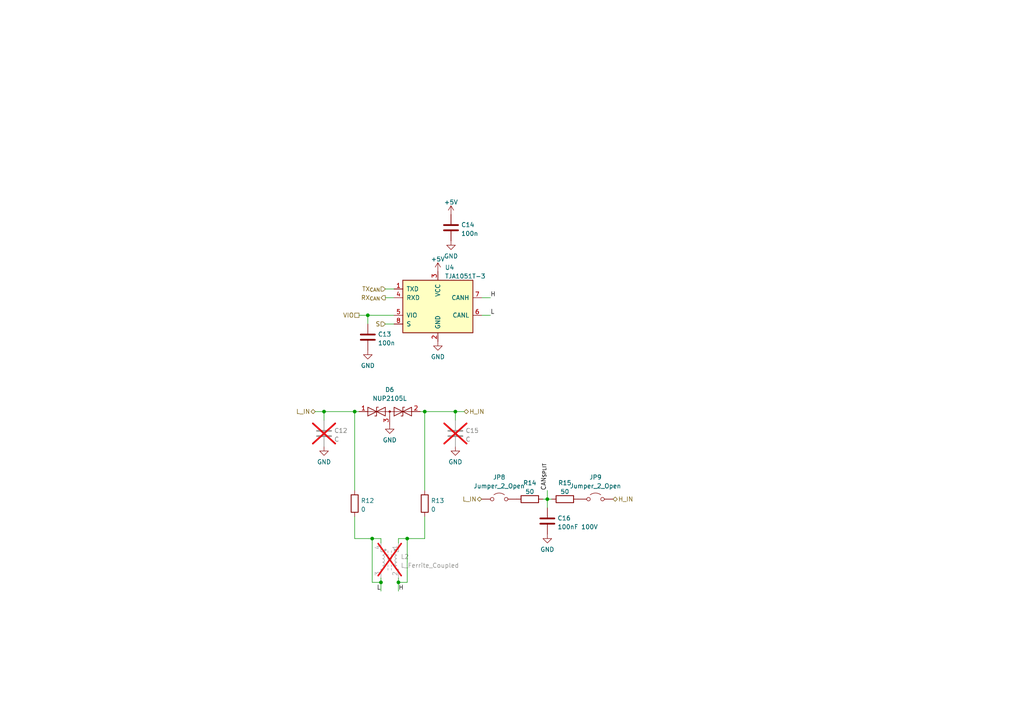
<source format=kicad_sch>
(kicad_sch (version 20250114) (generator "eeschema") (generator_version "9.0")
  (paper "A4")
  (lib_symbols
    (symbol "Device:C" (pin_numbers (hide yes)) (pin_names (offset 0.254))
      (property "Reference" "C" (at 0.635 2.54 0))
      (property "Value" "C" (at 0.635 -2.54 0))
      (symbol "C_0_1"
        (polyline (pts (xy -2.032 0.762) (xy 2.032 0.762)) (stroke (width 0.508)))
        (polyline (pts (xy -2.032 -0.762) (xy 2.032 -0.762)) (stroke (width 0.508)))
      )
      (symbol "C_1_1"
        (pin passive line (at 0 3.81 270) (length 2.794) (name "~") (number "1"))
        (pin passive line (at 0 -3.81 90) (length 2.794) (name "~") (number "2"))
      )
    )
    (symbol "Device:L_Ferrite_Coupled_1243" (pin_names (offset 0.254) (hide yes))
      (property "Reference" "L" (at 0 4.445 0))
      (property "Value" "L_Ferrite_Coupled_1243" (at 0 -4.445 0))
      (symbol "L_Ferrite_Coupled_1243_0_1"
        (circle (center -3.048 1.524) (radius 0.254) (fill (type outline)))
        (circle (center -3.048 -1.27) (radius 0.254) (fill (type outline)))
        (polyline (pts (xy -2.794 0.508) (xy -2.286 0.508)))
        (polyline (pts (xy -2.794 -0.508) (xy -2.286 -0.508)))
        (polyline (pts (xy -2.54 2.032) (xy -2.54 2.54)))
        (polyline (pts (xy -2.54 -2.032) (xy -2.54 -2.54)))
        (arc (start -1.524 2.032) (mid -2.032 1.5262) (end -2.54 2.032))
        (arc (start -2.54 -2.032) (mid -2.032 -1.5262) (end -1.524 -2.032))
        (polyline (pts (xy -1.778 0.508) (xy -1.27 0.508)))
        (polyline (pts (xy -1.778 -0.508) (xy -1.27 -0.508)))
        (arc (start -0.508 2.032) (mid -1.016 1.5262) (end -1.524 2.032))
        (arc (start -1.524 -2.032) (mid -1.016 -1.5262) (end -0.508 -2.032))
        (polyline (pts (xy -0.762 0.508) (xy -0.254 0.508)))
        (polyline (pts (xy -0.762 -0.508) (xy -0.254 -0.508)))
        (arc (start 0.508 2.032) (mid 0 1.5262) (end -0.508 2.032))
        (arc (start -0.508 -2.032) (mid 0 -1.5262) (end 0.508 -2.032))
        (polyline (pts (xy 0.254 0.508) (xy 0.762 0.508)))
        (polyline (pts (xy 0.254 -0.508) (xy 0.762 -0.508)))
        (arc (start 1.524 2.032) (mid 1.016 1.5262) (end 0.508 2.032))
        (arc (start 0.508 -2.032) (mid 1.016 -1.5262) (end 1.524 -2.032))
        (polyline (pts (xy 1.27 0.508) (xy 1.778 0.508)))
        (polyline (pts (xy 1.27 -0.508) (xy 1.778 -0.508)))
        (arc (start 2.54 2.032) (mid 2.032 1.5262) (end 1.524 2.032))
        (arc (start 1.524 -2.032) (mid 2.032 -1.5262) (end 2.54 -2.032))
        (polyline (pts (xy 2.286 0.508) (xy 2.794 0.508)))
        (polyline (pts (xy 2.286 -0.508) (xy 2.794 -0.508)))
        (polyline (pts (xy 2.54 2.54) (xy 2.54 2.032)))
        (polyline (pts (xy 2.54 -2.032) (xy 2.54 -2.54)))
      )
      (symbol "L_Ferrite_Coupled_1243_1_1"
        (pin passive line (at -5.08 2.54 0) (length 2.54) (name "1") (number "1"))
        (pin passive line (at -5.08 -2.54 0) (length 2.54) (name "4") (number "4"))
        (pin passive line (at 5.08 2.54 180) (length 2.54) (name "2") (number "2"))
        (pin passive line (at 5.08 -2.54 180) (length 2.54) (name "3") (number "3"))
      )
    )
    (symbol "Device:R" (pin_numbers (hide yes)) (pin_names (offset 0))
      (property "Reference" "R" (at 2.032 0 90))
      (property "Value" "R" (at 0 0 90))
      (symbol "R_0_1"
        (rectangle (start -1.016 -2.54) (end 1.016 2.54) (stroke (width 0.254)))
      )
      (symbol "R_1_1"
        (pin passive line (at 0 3.81 270) (length 1.27) (name "~") (number "1"))
        (pin passive line (at 0 -3.81 90) (length 1.27) (name "~") (number "2"))
      )
    )
    (symbol "Diode:SM712_SOT23" (pin_names (offset 1.016) (hide yes))
      (property "Reference" "D" (at 0 4.445 0))
      (property "Value" "SM712_SOT23" (at 0 2.54 0))
      (symbol "SM712_SOT23_0_0"
        (polyline (pts (xy 0 -1.27) (xy 0 0)))
      )
      (symbol "SM712_SOT23_0_1"
        (polyline (pts (xy -6.35 0) (xy 6.35 0)))
        (polyline (pts (xy -6.35 -1.27) (xy -1.27 1.27) (xy -1.27 -1.27) (xy -6.35 1.27) (xy -6.35 -1.27)) (stroke (width 0.2032)))
        (polyline (pts (xy -3.302 1.27) (xy -3.81 1.27) (xy -3.81 -1.27) (xy -4.318 -1.27)) (stroke (width 0.2032)))
        (circle (center 0 0) (radius 0.254) (fill (type outline)))
        (polyline (pts (xy 1.27 -1.27) (xy 1.27 1.27) (xy 6.35 -1.27) (xy 6.35 1.27) (xy 1.27 -1.27)) (stroke (width 0.2032)))
        (polyline (pts (xy 4.318 1.27) (xy 3.81 1.27) (xy 3.81 -1.27) (xy 3.302 -1.27)) (stroke (width 0.2032)))
      )
      (symbol "SM712_SOT23_1_1"
        (pin passive line (at -8.89 0 0) (length 2.54) (name "A1") (number "1"))
        (pin input line (at 0 -3.81 90) (length 2.54) (name "common") (number "3"))
        (pin passive line (at 8.89 0 180) (length 2.54) (name "A2") (number "2"))
      )
    )
    (symbol "Interface_CAN_LIN:TJA1051T-3" (pin_names (offset 1.016))
      (property "Reference" "U" (at -10.16 8.89 0))
      (property "Value" "TJA1051T-3" (at 1.27 8.89 0))
      (symbol "TJA1051T-3_0_1"
        (rectangle (start -10.16 7.62) (end 10.16 -7.62) (stroke (width 0.254)) (fill (type background)))
      )
      (symbol "TJA1051T-3_1_1"
        (pin input line (at -12.7 5.08 0) (length 2.54) (name "TXD") (number "1"))
        (pin output line (at -12.7 2.54 0) (length 2.54) (name "RXD") (number "4"))
        (pin power_in line (at -12.7 -2.54 0) (length 2.54) (name "VIO") (number "5"))
        (pin input line (at -12.7 -5.08 0) (length 2.54) (name "S") (number "8"))
        (pin power_in line (at 0 10.16 270) (length 2.54) (name "VCC") (number "3"))
        (pin power_in line (at 0 -10.16 90) (length 2.54) (name "GND") (number "2"))
        (pin bidirectional line (at 12.7 2.54 180) (length 2.54) (name "CANH") (number "7"))
        (pin bidirectional line (at 12.7 -2.54 180) (length 2.54) (name "CANL") (number "6"))
      )
    )
    (symbol "Jumper:Jumper_2_Open" (pin_numbers (hide yes)) (pin_names (offset 0) (hide yes))
      (property "Reference" "JP" (at 0 2.794 0))
      (property "Value" "Jumper_2_Open" (at 0 -2.286 0))
      (symbol "Jumper_2_Open_0_0"
        (circle (center -2.032 0) (radius 0.508))
        (circle (center 2.032 0) (radius 0.508))
      )
      (symbol "Jumper_2_Open_0_1"
        (arc (start -1.524 1.27) (mid 0 1.778) (end 1.524 1.27))
      )
      (symbol "Jumper_2_Open_1_1"
        (pin passive line (at -5.08 0 0) (length 2.54) (name "A") (number "1"))
        (pin passive line (at 5.08 0 180) (length 2.54) (name "B") (number "2"))
      )
    )
    (symbol "power:+5V" (power) (pin_names (offset 0))
      (property "Value" "+5V" (at 0 3.556 0))
      (symbol "+5V_0_1"
        (polyline (pts (xy -0.762 1.27) (xy 0 2.54)))
        (polyline (pts (xy 0 2.54) (xy 0.762 1.27)))
        (polyline (pts (xy 0 0) (xy 0 2.54)))
      )
      (symbol "+5V_1_1"
        (pin power_in line (at 0 0 90) (length 0) (hide yes) (name "+5V") (number "1"))
      )
    )
    (symbol "power:GND" (power) (pin_names (offset 0))
      (property "Value" "GND" (at 0 -3.81 0))
      (symbol "GND_0_1"
        (polyline (pts (xy 0 0) (xy 0 -1.27) (xy 1.27 -1.27) (xy 0 -2.54) (xy -1.27 -1.27) (xy 0 -1.27)))
      )
      (symbol "GND_1_1"
        (pin power_in line (at 0 0 270) (length 0) (hide yes) (name "GND") (number "1"))
      )
    )
  )
  (junction (at 107.95 156.21))
  (junction (at 158.75 144.78))
  (junction (at 106.68 91.44))
  (junction (at 93.98 119.38))
  (junction (at 132.08 119.38))
  (junction (at 110.49 168.91))
  (junction (at 102.87 119.38))
  (junction (at 123.19 119.38))
  (junction (at 118.11 156.21))
  (junction (at 115.57 168.91))
  (wire (pts (xy 158.75 144.78) (xy 160.02 144.78)))
  (wire (pts (xy 123.19 119.38) (xy 121.92 119.38)))
  (wire (pts (xy 102.87 149.86) (xy 102.87 156.21)))
  (wire (pts (xy 110.49 168.91) (xy 107.95 168.91)))
  (wire (pts (xy 115.57 157.48) (xy 115.57 156.21)))
  (wire (pts (xy 139.7 91.44) (xy 142.24 91.44)))
  (wire (pts (xy 157.48 144.78) (xy 158.75 144.78)))
  (wire (pts (xy 107.95 156.21) (xy 102.87 156.21)))
  (wire (pts (xy 110.49 168.91) (xy 110.49 171.45)))
  (wire (pts (xy 158.75 144.78) (xy 158.75 147.32)))
  (wire (pts (xy 123.19 119.38) (xy 123.19 142.24)))
  (wire (pts (xy 93.98 119.38) (xy 93.98 121.92)))
  (wire (pts (xy 134.62 119.38) (xy 132.08 119.38)))
  (wire (pts (xy 118.11 156.21) (xy 123.19 156.21)))
  (wire (pts (xy 110.49 157.48) (xy 110.49 156.21)))
  (wire (pts (xy 110.49 156.21) (xy 107.95 156.21)))
  (wire (pts (xy 118.11 168.91) (xy 118.11 156.21)))
  (wire (pts (xy 115.57 156.21) (xy 118.11 156.21)))
  (wire (pts (xy 102.87 119.38) (xy 102.87 142.24)))
  (wire (pts (xy 139.7 86.36) (xy 142.24 86.36)))
  (wire (pts (xy 102.87 119.38) (xy 104.14 119.38)))
  (wire (pts (xy 158.75 142.24) (xy 158.75 144.78)))
  (wire (pts (xy 106.68 91.44) (xy 106.68 93.98)))
  (wire (pts (xy 132.08 119.38) (xy 132.08 121.92)))
  (wire (pts (xy 132.08 119.38) (xy 123.19 119.38)))
  (wire (pts (xy 115.57 167.64) (xy 115.57 168.91)))
  (wire (pts (xy 104.14 91.44) (xy 106.68 91.44)))
  (wire (pts (xy 111.76 83.82) (xy 114.3 83.82)))
  (wire (pts (xy 115.57 168.91) (xy 115.57 171.45)))
  (wire (pts (xy 106.68 91.44) (xy 114.3 91.44)))
  (wire (pts (xy 93.98 119.38) (xy 102.87 119.38)))
  (wire (pts (xy 123.19 149.86) (xy 123.19 156.21)))
  (wire (pts (xy 115.57 168.91) (xy 118.11 168.91)))
  (wire (pts (xy 111.76 86.36) (xy 114.3 86.36)))
  (wire (pts (xy 91.44 119.38) (xy 93.98 119.38)))
  (wire (pts (xy 110.49 167.64) (xy 110.49 168.91)))
  (wire (pts (xy 111.76 93.98) (xy 114.3 93.98)))
  (wire (pts (xy 107.95 168.91) (xy 107.95 156.21)))
  (label "H" (at 115.57 171.45 0))
  (label "H" (at 142.24 86.36 0))
  (label "L" (at 110.49 171.45 180))
  (label "L" (at 142.24 91.44 0))
  (label "CAN_{SPLIT}" (at 158.75 142.24 90))
  (hierarchical_label "VIO" (shape passive) (at 104.14 91.44 180))
  (hierarchical_label "L_IN" (shape bidirectional) (at 91.44 119.38 180))
  (hierarchical_label "TX_{CAN}" (shape input) (at 111.76 83.82 180))
  (hierarchical_label "H_IN" (shape bidirectional) (at 177.8 144.78 0))
  (hierarchical_label "H_IN" (shape bidirectional) (at 134.62 119.38 0))
  (hierarchical_label "L_IN" (shape bidirectional) (at 139.7 144.78 180))
  (hierarchical_label "S" (shape input) (at 111.76 93.98 180))
  (hierarchical_label "RX_{CAN}" (shape output) (at 111.76 86.36 180))
  (symbol (lib_id "Device:R") (at 102.87 146.05 0) (unit 1)
    (property "Reference" "R8" (at 104.648 145.2153 0) (effects (justify left)))
    (property "Value" "0" (at 104.648 147.7522 0) (effects (justify left)))
    (property "Footprint" "Resistor_SMD:R_0603_1608Metric" (effects (hide yes)))
    (property "LCSC" "C21189" (effects (hide yes)))
    (instances (project "repeater" (path "" (reference "R12") (unit 1)) (path "" (reference "R8") (unit 1))) (project "knob_base" (path "" (reference "R15") (unit 1))) (project "heating_controller" (path "" (reference "R29") (unit 1))))
  )
  (symbol (lib_id "Device:C") (at 106.68 97.79 180) (unit 1)
    (property "Reference" "C8" (at 109.601 96.9553 0) (effects (justify right)))
    (property "Value" "100n" (at 109.601 99.4922 0) (effects (justify right)))
    (property "Footprint" "Capacitor_SMD:C_0603_1608Metric" (effects (hide yes)))
    (property "LCSC" "C14663" (effects (hide yes)))
    (instances (project "repeater" (path "" (reference "C13") (unit 1)) (path "" (reference "C8") (unit 1))))
  )
  (symbol (lib_id "Device:C") (at 132.08 125.73 0) (unit 1) (in_bom no) (dnp yes)
    (property "Reference" "C10" (at 135.001 124.8953 0) (effects (justify left)))
    (property "Value" "C" (at 135.001 127.4322 0) (effects (justify left)))
    (property "Footprint" "Capacitor_SMD:C_0603_1608Metric" (effects (hide yes)))
    (instances (project "repeater" (path "" (reference "C15") (unit 1)) (path "" (reference "C10") (unit 1))) (project "knob_base" (path "" (reference "C14") (unit 1))) (project "heating_controller" (path "" (reference "C15") (unit 1))))
  )
  (symbol (lib_id "power:GND") (at 113.03 123.19 0) (unit 1)
    (property "Reference" "#PWR037" (effects (hide yes)))
    (property "Value" "GND" (at 113.03 127.6334 0))
    (instances (project "repeater" (path "" (reference "#PWR046") (unit 1)) (path "" (reference "#PWR037") (unit 1))) (project "knob_base" (path "" (reference "#PWR053") (unit 1))) (project "heating_controller" (path "" (reference "#PWR0161") (unit 1))))
  )
  (symbol (lib_id "Device:R") (at 153.67 144.78 90) (unit 1)
    (property "Reference" "R10" (at 153.67 140.0642 90))
    (property "Value" "50" (at 153.67 142.6011 90))
    (property "Footprint" "Resistor_SMD:R_0805_2012Metric_Pad1.20x1.40mm_HandSolder" (effects (hide yes)))
    (property "LCSC" "C17720" (effects (hide yes)))
    (instances (project "repeater" (path "" (reference "R14") (unit 1)) (path "" (reference "R10") (unit 1))) (project "knob_base" (path "" (reference "R16") (unit 1))) (project "heating_controller" (path "" (reference "R30") (unit 1))))
  )
  (symbol (lib_id "power:GND") (at 127 99.06 0) (unit 1)
    (property "Reference" "#PWR039" (effects (hide yes)))
    (property "Value" "GND" (at 127 103.5034 0))
    (instances (project "repeater" (path "" (reference "#PWR048") (unit 1)) (path "" (reference "#PWR039") (unit 1))))
  )
  (symbol (lib_id "power:+5V") (at 127 78.74 0) (unit 1)
    (property "Reference" "#PWR038" (effects (hide yes)))
    (property "Value" "+5V" (at 127 75.1642 0))
    (instances (project "repeater" (path "" (reference "#PWR047") (unit 1)) (path "" (reference "#PWR038") (unit 1))))
  )
  (symbol (lib_id "Interface_CAN_LIN:TJA1051T-3") (at 127 88.9 0) (unit 1)
    (property "Reference" "U3" (at 129.0194 77.5802 0) (effects (justify left)))
    (property "Value" "TJA1051T-3" (at 129.0194 80.1171 0) (effects (justify left)))
    (property "Footprint" "Package_SO:SOIC-8_3.9x4.9mm_P1.27mm" (effects (hide yes)))
    (property "Datasheet" "http://www.nxp.com/documents/data_sheet/TJA1051.pdf" (effects (hide yes)))
    (property "LCSC" "C51954344" (effects (hide yes)))
    (instances (project "repeater" (path "" (reference "U4") (unit 1)) (path "" (reference "U3") (unit 1))))
  )
  (symbol (lib_id "Device:C") (at 130.81 66.04 180) (unit 1)
    (property "Reference" "C9" (at 133.731 65.2053 0) (effects (justify right)))
    (property "Value" "100n" (at 133.731 67.7422 0) (effects (justify right)))
    (property "Footprint" "Capacitor_SMD:C_0603_1608Metric" (effects (hide yes)))
    (property "LCSC" "C14663" (effects (hide yes)))
    (instances (project "repeater" (path "" (reference "C14") (unit 1)) (path "" (reference "C9") (unit 1))))
  )
  (symbol (lib_id "power:GND") (at 106.68 101.6 0) (unit 1)
    (property "Reference" "#PWR036" (effects (hide yes)))
    (property "Value" "GND" (at 106.68 106.0434 0))
    (instances (project "repeater" (path "" (reference "#PWR045") (unit 1)) (path "" (reference "#PWR036") (unit 1))))
  )
  (symbol (lib_id "Jumper:Jumper_2_Open") (at 172.72 144.78 0) (unit 1) (in_bom no)
    (property "Reference" "JP7" (at 172.72 138.43 0))
    (property "Value" "Jumper_2_Open" (at 172.72 140.97 0))
    (property "Footprint" "Jumper:SolderJumper-2_P1.3mm_Open_RoundedPad1.0x1.5mm" (effects (hide yes)))
    (property "Description" "Jumper, 2-pole, open" (effects (hide yes)))
    (instances (project "" (path "" (reference "JP9") (unit 1)) (path "" (reference "JP7") (unit 1))))
  )
  (symbol (lib_id "Device:R") (at 123.19 146.05 0) (unit 1)
    (property "Reference" "R9" (at 124.968 145.2153 0) (effects (justify left)))
    (property "Value" "0" (at 124.968 147.7522 0) (effects (justify left)))
    (property "Footprint" "Resistor_SMD:R_0603_1608Metric" (effects (hide yes)))
    (property "LCSC" "C21189" (effects (hide yes)))
    (instances (project "repeater" (path "" (reference "R13") (unit 1)) (path "" (reference "R9") (unit 1))) (project "knob_base" (path "" (reference "R18") (unit 1))) (project "heating_controller" (path "" (reference "R32") (unit 1))))
  )
  (symbol (lib_id "power:+5V") (at 130.81 62.23 0) (unit 1)
    (property "Reference" "#PWR040" (effects (hide yes)))
    (property "Value" "+5V" (at 130.81 58.6542 0))
    (instances (project "repeater" (path "" (reference "#PWR049") (unit 1)) (path "" (reference "#PWR040") (unit 1))))
  )
  (symbol (lib_id "power:GND") (at 132.08 129.54 0) (unit 1)
    (property "Reference" "#PWR042" (effects (hide yes)))
    (property "Value" "GND" (at 132.08 133.9834 0))
    (instances (project "repeater" (path "" (reference "#PWR051") (unit 1)) (path "" (reference "#PWR042") (unit 1))) (project "knob_base" (path "" (reference "#PWR055") (unit 1))) (project "heating_controller" (path "" (reference "#PWR0163") (unit 1))))
  )
  (symbol (lib_id "power:GND") (at 93.98 129.54 0) (unit 1)
    (property "Reference" "#PWR035" (effects (hide yes)))
    (property "Value" "GND" (at 93.98 133.9834 0))
    (instances (project "repeater" (path "" (reference "#PWR044") (unit 1)) (path "" (reference "#PWR035") (unit 1))) (project "knob_base" (path "" (reference "#PWR052") (unit 1))) (project "heating_controller" (path "" (reference "#PWR0162") (unit 1))))
  )
  (symbol (lib_id "Device:C") (at 93.98 125.73 0) (unit 1) (in_bom no) (dnp yes)
    (property "Reference" "C7" (at 96.901 124.8953 0) (effects (justify left)))
    (property "Value" "C" (at 96.901 127.4322 0) (effects (justify left)))
    (property "Footprint" "Capacitor_SMD:C_0603_1608Metric" (effects (hide yes)))
    (instances (project "repeater" (path "" (reference "C12") (unit 1)) (path "" (reference "C7") (unit 1))) (project "knob_base" (path "" (reference "C12") (unit 1))) (project "heating_controller" (path "" (reference "C13") (unit 1))))
  )
  (symbol (lib_id "power:GND") (at 158.75 154.94 0) (unit 1)
    (property "Reference" "#PWR043" (effects (hide yes)))
    (property "Value" "GND" (at 158.75 159.3834 0))
    (instances (project "repeater" (path "" (reference "#PWR052") (unit 1)) (path "" (reference "#PWR043") (unit 1))) (project "knob_base" (path "" (reference "#PWR054") (unit 1))) (project "heating_controller" (path "" (reference "#PWR0164") (unit 1))))
  )
  (symbol (lib_id "power:GND") (at 130.81 69.85 0) (unit 1)
    (property "Reference" "#PWR041" (effects (hide yes)))
    (property "Value" "GND" (at 130.81 74.2934 0))
    (instances (project "repeater" (path "" (reference "#PWR050") (unit 1)) (path "" (reference "#PWR041") (unit 1))))
  )
  (symbol (lib_id "Jumper:Jumper_2_Open") (at 144.78 144.78 0) (unit 1) (in_bom no)
    (property "Reference" "JP6" (at 144.78 138.43 0))
    (property "Value" "Jumper_2_Open" (at 144.78 140.97 0))
    (property "Footprint" "Jumper:SolderJumper-2_P1.3mm_Open_RoundedPad1.0x1.5mm" (effects (hide yes)))
    (property "Description" "Jumper, 2-pole, open" (effects (hide yes)))
    (instances (project "" (path "" (reference "JP8") (unit 1)) (path "" (reference "JP6") (unit 1))))
  )
  (symbol (lib_id "Diode:SM712_SOT23") (at 113.03 119.38 0) (unit 1)
    (property "Reference" "D5" (at 113.03 113.03 0))
    (property "Value" "NUP2105L" (at 113.03 115.57 0))
    (property "Footprint" "Package_TO_SOT_SMD:SOT-23" (effects (hide yes)))
    (property "Datasheet" "https://www.littelfuse.com/~/media/electronics/datasheets/tvs_diode_arrays/littelfuse_tvs_diode_array_sm712_datasheet.pdf.pdf" (effects (hide yes)))
    (property "LCSC" "C5180311" (effects (hide yes)))
    (instances (project "repeater" (path "" (reference "D6") (unit 1)) (path "" (reference "D5") (unit 1))) (project "knob_base" (path "" (reference "D4") (unit 1))) (project "heating_controller" (path "" (reference "D25") (unit 1))))
  )
  (symbol (lib_id "Device:L_Ferrite_Coupled_1243") (at 113.03 162.56 270) (unit 1) (in_bom no) (on_board no) (dnp yes)
    (property "Reference" "L1" (at 116.205 161.4713 90) (effects (justify left)))
    (property "Value" "L_Ferrite_Coupled" (at 116.205 164.0082 90) (effects (justify left)))
    (property "Footprint" "Inductor_SMD:L_CommonModeChoke_Coilcraft_0805USB" (effects (hide yes)))
    (instances (project "repeater" (path "" (reference "L2") (unit 1)) (path "" (reference "L1") (unit 1))) (project "knob_base" (path "" (reference "L1") (unit 1))) (project "heating_controller" (path "" (reference "L1") (unit 1))))
  )
  (symbol (lib_id "Device:C") (at 158.75 151.13 0) (unit 1)
    (property "Reference" "C11" (at 161.671 150.2953 0) (effects (justify left)))
    (property "Value" "100nF 100V" (at 161.671 152.8322 0) (effects (justify left)))
    (property "Footprint" "Capacitor_SMD:C_0805_2012Metric_Pad1.18x1.45mm_HandSolder" (effects (hide yes)))
    (property "LCSC" "C28233" (effects (hide yes)))
    (instances (project "repeater" (path "" (reference "C16") (unit 1)) (path "" (reference "C11") (unit 1))) (project "knob_base" (path "" (reference "C13") (unit 1))) (project "heating_controller" (path "" (reference "C14") (unit 1))))
  )
  (symbol (lib_id "Device:R") (at 163.83 144.78 90) (unit 1)
    (property "Reference" "R11" (at 163.83 140.0642 90))
    (property "Value" "50" (at 163.83 142.6011 90))
    (property "Footprint" "Resistor_SMD:R_0805_2012Metric_Pad1.20x1.40mm_HandSolder" (effects (hide yes)))
    (property "LCSC" "C17720" (effects (hide yes)))
    (instances (project "repeater" (path "" (reference "R15") (unit 1)) (path "" (reference "R11") (unit 1))) (project "knob_base" (path "" (reference "R17") (unit 1))) (project "heating_controller" (path "" (reference "R31") (unit 1))))
  )
)
</source>
